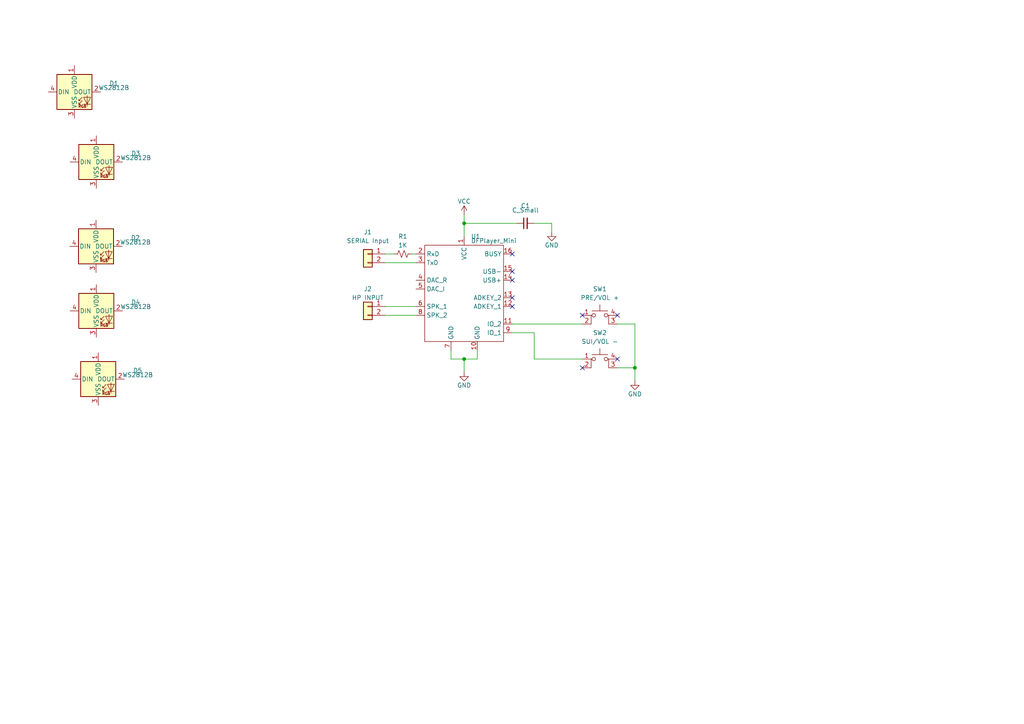
<source format=kicad_sch>
(kicad_sch (version 20220104) (generator eeschema)
  (paper "A4")
  (lib_symbols
    (symbol "Connector_Generic:Conn_01x02" (pin_names (offset 1.016) hide)
      (property "Reference" "J" (at 0 2.54 0))
      (property "Value" "Conn_01x02" (at 0 -5.08 0))
      (symbol "Conn_01x02_1_1"
        (rectangle (start -1.27 -2.413) (end 0 -2.667) (stroke (width 0.1524)))
        (rectangle (start -1.27 0.127) (end 0 -0.127) (stroke (width 0.1524)))
        (rectangle (start -1.27 1.27) (end 1.27 -3.81) (stroke (width 0.254)) (fill (type background)))
        (pin passive line (at -5.08 0 0) (length 3.81) (name "Pin_1") (number "1"))
        (pin passive line (at -5.08 -2.54 0) (length 3.81) (name "Pin_2") (number "2"))
      )
    )
    (symbol "DFPlayer_Mini:DFPlayer_Mini"
      (property "Reference" "U" (at 10.16 19.05 0))
      (property "Value" "DFPlayer_Mini" (at 10.16 16.51 0))
      (symbol "DFPlayer_Mini_0_1"
        (rectangle (start -11.43 13.97) (end 11.43 -13.97))
      )
      (symbol "DFPlayer_Mini_1_1"
        (pin power_in line (at 0 16.51 270) (length 2.54) (name "VCC") (number "1"))
        (pin power_out line (at 3.81 -16.51 90) (length 2.54) (name "GND") (number "10"))
        (pin output line (at 13.97 -8.89 180) (length 2.54) (name "IO_2") (number "11"))
        (pin input line (at 13.97 -3.81 180) (length 2.54) (name "ADKEY_1") (number "12"))
        (pin input line (at 13.97 -1.27 180) (length 2.54) (name "ADKEY_2") (number "13"))
        (pin input line (at 13.97 3.81 180) (length 2.54) (name "USB+") (number "14"))
        (pin input line (at 13.97 6.35 180) (length 2.54) (name "USB-") (number "15"))
        (pin input line (at 13.97 11.43 180) (length 2.54) (name "BUSY") (number "16"))
        (pin input line (at -13.97 11.43 0) (length 2.54) (name "RxD") (number "2"))
        (pin input line (at -13.97 8.89 0) (length 2.54) (name "TxD") (number "3"))
        (pin input line (at -13.97 3.81 0) (length 2.54) (name "DAC_R") (number "4"))
        (pin input line (at -13.97 1.27 0) (length 2.54) (name "DAC_I") (number "5"))
        (pin input line (at -13.97 -3.81 0) (length 2.54) (name "SPK_1") (number "6"))
        (pin power_out line (at -3.81 -16.51 90) (length 2.54) (name "GND") (number "7"))
        (pin input line (at -13.97 -6.35 0) (length 2.54) (name "SPK_2") (number "8"))
        (pin output line (at 13.97 -11.43 180) (length 2.54) (name "IO_1") (number "9"))
      )
    )
    (symbol "Device:C_Small" (pin_numbers hide) (pin_names (offset 0.254) hide)
      (property "Reference" "C" (at 0.254 1.778 0))
      (property "Value" "C_Small" (at 0.254 -2.032 0))
      (symbol "C_Small_0_1"
        (polyline (pts (xy -1.524 -0.508) (xy 1.524 -0.508)) (stroke (width 0.3302)))
        (polyline (pts (xy -1.524 0.508) (xy 1.524 0.508)) (stroke (width 0.3048)))
      )
      (symbol "C_Small_1_1"
        (pin passive line (at 0 2.54 270) (length 2.032) (name "~") (number "1"))
        (pin passive line (at 0 -2.54 90) (length 2.032) (name "~") (number "2"))
      )
    )
    (symbol "Device:R_Small_US" (pin_numbers hide) (pin_names (offset 0.254) hide)
      (property "Reference" "R" (at 0.762 0.508 0))
      (property "Value" "R_Small_US" (at 0.762 -1.016 0))
      (symbol "R_Small_US_1_1"
        (polyline (pts (xy 0 0) (xy 1.016 -0.381) (xy 0 -0.762) (xy -1.016 -1.143) (xy 0 -1.524)))
        (polyline (pts (xy 0 1.524) (xy 1.016 1.143) (xy 0 0.762) (xy -1.016 0.381) (xy 0 0)))
        (pin passive line (at 0 2.54 270) (length 1.016) (name "~") (number "1"))
        (pin passive line (at 0 -2.54 90) (length 1.016) (name "~") (number "2"))
      )
    )
    (symbol "LED:WS2812B" (pin_names (offset 0.254))
      (property "Reference" "D" (at 5.08 5.715 0))
      (property "Value" "WS2812B" (at 1.27 -5.715 0))
      (symbol "WS2812B_0_0"
        (text "RGB" (at 2.286 -4.191 0) (effects (font (size 0.762 0.762))))
      )
      (symbol "WS2812B_0_1"
        (polyline (pts (xy 1.27 -3.556) (xy 1.778 -3.556)))
        (polyline (pts (xy 1.27 -2.54) (xy 1.778 -2.54)))
        (polyline (pts (xy 4.699 -3.556) (xy 2.667 -3.556)))
        (polyline (pts (xy 2.286 -2.54) (xy 1.27 -3.556) (xy 1.27 -3.048)))
        (polyline (pts (xy 2.286 -1.524) (xy 1.27 -2.54) (xy 1.27 -2.032)))
        (polyline (pts (xy 3.683 -1.016) (xy 3.683 -3.556) (xy 3.683 -4.064)))
        (polyline (pts (xy 4.699 -1.524) (xy 2.667 -1.524) (xy 3.683 -3.556) (xy 4.699 -1.524)))
        (rectangle (start 5.08 5.08) (end -5.08 -5.08) (stroke (width 0.254)) (fill (type background)))
      )
      (symbol "WS2812B_1_1"
        (pin power_in line (at 0 7.62 270) (length 2.54) (name "VDD") (number "1"))
        (pin output line (at 7.62 0 180) (length 2.54) (name "DOUT") (number "2"))
        (pin power_in line (at 0 -7.62 90) (length 2.54) (name "VSS") (number "3"))
        (pin input line (at -7.62 0 0) (length 2.54) (name "DIN") (number "4"))
      )
    )
    (symbol "Switch:SW_MEC_5E" (pin_names (offset 1.016) hide)
      (property "Reference" "SW" (at 0.635 5.715 0))
      (property "Value" "SW_MEC_5E" (at 0 -3.175 0))
      (symbol "SW_MEC_5E_0_1"
        (circle (center -1.778 2.54) (radius 0.508))
        (polyline (pts (xy -2.286 3.81) (xy 2.286 3.81)))
        (polyline (pts (xy 0 3.81) (xy 0 5.588)))
        (polyline (pts (xy -2.54 0) (xy -2.54 2.54) (xy -2.286 2.54)))
        (polyline (pts (xy 2.54 0) (xy 2.54 2.54) (xy 2.286 2.54)))
        (circle (center 1.778 2.54) (radius 0.508))
        (pin passive line (at -5.08 2.54 0) (length 2.54) (name "1") (number "1"))
        (pin passive line (at -5.08 0 0) (length 2.54) (name "2") (number "2"))
        (pin passive line (at 5.08 0 180) (length 2.54) (name "K") (number "3"))
        (pin passive line (at 5.08 2.54 180) (length 2.54) (name "A") (number "4"))
      )
    )
    (symbol "power:GND" (power) (pin_names (offset 0))
      (property "Value" "GND" (at 0 -3.81 0))
      (symbol "GND_0_1"
        (polyline (pts (xy 0 0) (xy 0 -1.27) (xy 1.27 -1.27) (xy 0 -2.54) (xy -1.27 -1.27) (xy 0 -1.27)))
      )
      (symbol "GND_1_1"
        (pin power_in line (at 0 0 270) (length 0) hide (name "GND") (number "1"))
      )
    )
    (symbol "power:VCC" (power) (pin_names (offset 0))
      (property "Value" "VCC" (at 0 3.81 0))
      (symbol "VCC_0_1"
        (polyline (pts (xy -0.762 1.27) (xy 0 2.54)))
        (polyline (pts (xy 0 0) (xy 0 2.54)))
        (polyline (pts (xy 0 2.54) (xy 0.762 1.27)))
      )
      (symbol "VCC_1_1"
        (pin power_in line (at 0 0 90) (length 0) hide (name "VCC") (number "1"))
      )
    )
  )
  (junction (at 134.62 64.77))
  (junction (at 134.62 104.14))
  (junction (at 184.15 106.68))
  (no_connect (at 148.59 88.9))
  (no_connect (at 179.07 91.44))
  (no_connect (at 168.91 91.44))
  (no_connect (at 168.91 106.68))
  (no_connect (at 179.07 104.14))
  (no_connect (at 148.59 86.36))
  (no_connect (at 148.59 81.28))
  (no_connect (at 148.59 78.74))
  (no_connect (at 148.59 73.66))
  (wire (pts (xy 111.76 91.44) (xy 120.65 91.44)))
  (wire (pts (xy 184.15 106.68) (xy 184.15 110.49)))
  (wire (pts (xy 134.62 64.77) (xy 149.86 64.77)))
  (wire (pts (xy 134.62 104.14) (xy 134.62 107.95)))
  (wire (pts (xy 179.07 93.98) (xy 184.15 93.98)))
  (wire (pts (xy 111.76 88.9) (xy 120.65 88.9)))
  (wire (pts (xy 134.62 62.23) (xy 134.62 64.77)))
  (wire (pts (xy 154.94 104.14) (xy 168.91 104.14)))
  (wire (pts (xy 184.15 93.98) (xy 184.15 106.68)))
  (wire (pts (xy 119.38 73.66) (xy 120.65 73.66)))
  (wire (pts (xy 138.43 101.6) (xy 138.43 104.14)))
  (wire (pts (xy 154.94 64.77) (xy 160.02 64.77)))
  (wire (pts (xy 148.59 96.52) (xy 154.94 96.52)))
  (wire (pts (xy 154.94 96.52) (xy 154.94 104.14)))
  (wire (pts (xy 111.76 73.66) (xy 114.3 73.66)))
  (wire (pts (xy 179.07 106.68) (xy 184.15 106.68)))
  (wire (pts (xy 130.81 104.14) (xy 130.81 101.6)))
  (wire (pts (xy 160.02 64.77) (xy 160.02 67.31)))
  (wire (pts (xy 111.76 76.2) (xy 120.65 76.2)))
  (wire (pts (xy 134.62 104.14) (xy 130.81 104.14)))
  (wire (pts (xy 134.62 64.77) (xy 134.62 68.58)))
  (wire (pts (xy 138.43 104.14) (xy 134.62 104.14)))
  (wire (pts (xy 148.59 93.98) (xy 168.91 93.98)))
  (symbol (lib_id "Switch:SW_MEC_5E") (at 173.99 106.68 0) (unit 1)
    (property "Reference" "SW2" (at 173.99 96.52 0))
    (property "Value" "SUI/VOL -" (at 173.99 99.06 0))
    (property "Footprint" "Button_Switch_SMD:SW_SPST_TL3342" (effects hide))
    (property "Datasheet" "http://www.apem.com/int/index.php?controller=attachment&id_attachment=1371" (effects hide))
  )
  (symbol (lib_id "LED:WS2812B") (at 27.94 46.99 0) (unit 1)
    (property "Reference" "D3" (at 39.37 44.5009 0))
    (property "Value" "WS2812B" (at 39.37 45.7709 0))
    (property "Footprint" "LED_SMD:LED_WS2812B_PLCC4_5.0x5.0mm_P3.2mm" (effects hide))
    (property "Datasheet" "https://cdn-shop.adafruit.com/datasheets/WS2812B.pdf" (effects hide))
  )
  (symbol (lib_id "power:GND") (at 134.62 107.95 0) (unit 1)
    (property "Reference" "#PWR02" (effects hide))
    (property "Value" "GND" (at 134.62 111.76 0))
  )
  (symbol (lib_id "DFPlayer_Mini:DFPlayer_Mini") (at 134.62 85.09 0) (unit 1)
    (property "Reference" "U1" (at 136.5759 68.58 0) (effects (justify left)))
    (property "Value" "DFPlayer_Mini" (at 136.5759 69.85 0) (effects (justify left)))
  )
  (symbol (lib_id "Connector_Generic:Conn_01x02") (at 106.68 73.66 0) (mirror y) (unit 1)
    (property "Reference" "J1" (at 106.68 67.31 0))
    (property "Value" "SERIAL Input" (at 106.68 69.85 0))
    (property "Footprint" "Connector_PinHeader_2.54mm:PinHeader_1x02_P2.54mm_Vertical" (effects hide))
  )
  (symbol (lib_id "power:GND") (at 184.15 110.49 0) (unit 1)
    (property "Reference" "#PWR04" (effects hide))
    (property "Value" "GND" (at 184.15 114.3 0))
  )
  (symbol (lib_id "LED:WS2812B") (at 27.8552 71.4504 0) (unit 1)
    (property "Reference" "D2" (at 39.2852 68.9613 0))
    (property "Value" "WS2812B" (at 39.2852 70.2313 0))
    (property "Footprint" "LED_SMD:LED_WS2812B_PLCC4_5.0x5.0mm_P3.2mm" (effects hide))
    (property "Datasheet" "https://cdn-shop.adafruit.com/datasheets/WS2812B.pdf" (effects hide))
  )
  (symbol (lib_id "Device:C_Small") (at 152.4 64.77 90) (unit 1)
    (property "Reference" "C1" (at 152.4063 59.69 90))
    (property "Value" "C_Small" (at 152.4063 60.96 90))
    (property "Footprint" "Capacitor_SMD:C_0603_1608Metric" (effects hide))
  )
  (symbol (lib_id "Connector_Generic:Conn_01x02") (at 106.68 88.9 0) (mirror y) (unit 1)
    (property "Reference" "J2" (at 106.68 83.82 0))
    (property "Value" "HP INPUT" (at 106.68 86.36 0))
    (property "Footprint" "Connector_PinHeader_2.54mm:PinHeader_1x02_P2.54mm_Vertical" (effects hide))
  )
  (symbol (lib_id "power:VCC") (at 134.62 62.23 0) (unit 1)
    (property "Reference" "#PWR01" (effects hide))
    (property "Value" "VCC" (at 134.62 58.42 0))
  )
  (symbol (lib_id "LED:WS2812B") (at 28.4917 109.9601 0) (unit 1)
    (property "Reference" "D5" (at 39.9217 107.471 0))
    (property "Value" "WS2812B" (at 39.9217 108.741 0))
    (property "Footprint" "LED_SMD:LED_WS2812B_PLCC4_5.0x5.0mm_P3.2mm" (effects hide))
    (property "Datasheet" "https://cdn-shop.adafruit.com/datasheets/WS2812B.pdf" (effects hide))
  )
  (symbol (lib_id "LED:WS2812B") (at 27.94 90.17 0) (unit 1)
    (property "Reference" "D4" (at 39.37 87.6809 0))
    (property "Value" "WS2812B" (at 39.37 88.9509 0))
    (property "Footprint" "LED_SMD:LED_WS2812B_PLCC4_5.0x5.0mm_P3.2mm" (effects hide))
    (property "Datasheet" "https://cdn-shop.adafruit.com/datasheets/WS2812B.pdf" (effects hide))
  )
  (symbol (lib_id "Device:R_Small_US") (at 116.84 73.66 90) (unit 1)
    (property "Reference" "R1" (at 116.84 68.58 90))
    (property "Value" "1K" (at 116.84 71.12 90))
    (property "Footprint" "Resistor_SMD:R_0603_1608Metric" (effects hide))
  )
  (symbol (lib_id "Switch:SW_MEC_5E") (at 173.99 93.98 0) (unit 1)
    (property "Reference" "SW1" (at 173.99 83.82 0))
    (property "Value" "PRE/VOL +" (at 173.99 86.36 0))
    (property "Footprint" "Button_Switch_SMD:SW_SPST_TL3342" (effects hide))
    (property "Datasheet" "http://www.apem.com/int/index.php?controller=attachment&id_attachment=1371" (effects hide))
  )
  (symbol (lib_id "power:GND") (at 160.02 67.31 0) (unit 1)
    (property "Reference" "#PWR03" (effects hide))
    (property "Value" "GND" (at 160.02 71.12 0))
  )
  (symbol (lib_id "LED:WS2812B") (at 21.59 26.67 0) (unit 1)
    (property "Reference" "D1" (at 33.02 24.1809 0))
    (property "Value" "WS2812B" (at 33.02 25.4509 0))
    (property "Footprint" "LED_SMD:LED_WS2812B_PLCC4_5.0x5.0mm_P3.2mm" (effects hide))
    (property "Datasheet" "https://cdn-shop.adafruit.com/datasheets/WS2812B.pdf" (effects hide))
  )
)
</source>
